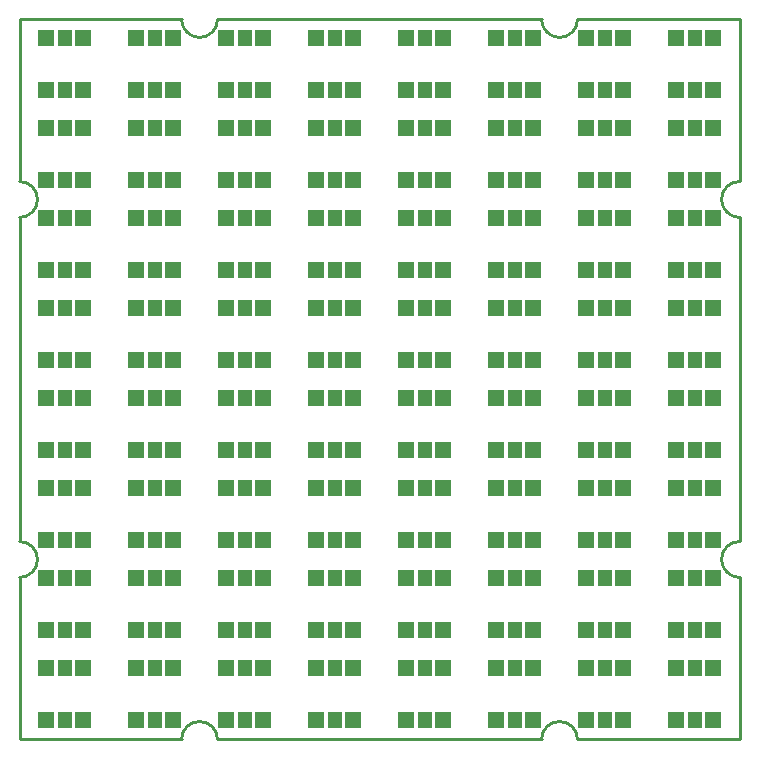
<source format=gtp>
G04 #@! TF.FileFunction,Paste,Top*
%FSLAX46Y46*%
G04 Gerber Fmt 4.6, Leading zero omitted, Abs format (unit mm)*
G04 Created by KiCad (PCBNEW 4.0.2-4+6225~38~ubuntu15.04.1-stable) date Wed Feb 24 14:52:56 2016*
%MOMM*%
G01*
G04 APERTURE LIST*
%ADD10C,0.254000*%
%ADD11R,1.400000X1.400000*%
%ADD12R,1.300000X1.400000*%
G04 APERTURE END LIST*
D10*
X44196000Y0D02*
X16764000Y0D01*
X60960000Y0D02*
X47244000Y0D01*
X60960000Y13716000D02*
X60960000Y0D01*
X60960000Y44196000D02*
X60960000Y16764000D01*
X60960000Y60960000D02*
X60960000Y47244000D01*
X47244000Y60960000D02*
X60960000Y60960000D01*
X16764000Y60960000D02*
X44196000Y60960000D01*
X0Y60960000D02*
X13716000Y60960000D01*
X0Y47244000D02*
X0Y60960000D01*
X0Y16764000D02*
X0Y44196000D01*
X0Y0D02*
X0Y13716000D01*
X13716000Y0D02*
X0Y0D01*
X60960000Y16764000D02*
G75*
G03X59436000Y15240000I0J-1524000D01*
G01*
X59436000Y15240000D02*
G75*
G03X60960000Y13716000I1524000J0D01*
G01*
X60960000Y47244000D02*
G75*
G03X59436000Y45720000I0J-1524000D01*
G01*
X59436000Y45720000D02*
G75*
G03X60960000Y44196000I1524000J0D01*
G01*
X44196000Y60960000D02*
G75*
G03X45720000Y59436000I1524000J0D01*
G01*
X45720000Y59436000D02*
G75*
G03X47244000Y60960000I0J1524000D01*
G01*
X13716000Y60960000D02*
G75*
G03X15240000Y59436000I1524000J0D01*
G01*
X15240000Y59436000D02*
G75*
G03X16764000Y60960000I0J1524000D01*
G01*
X0Y44196000D02*
G75*
G03X1524000Y45720000I0J1524000D01*
G01*
X1524000Y45720000D02*
G75*
G03X0Y47244000I-1524000J0D01*
G01*
X0Y13716000D02*
G75*
G03X1524000Y15240000I0J1524000D01*
G01*
X1524000Y15240000D02*
G75*
G03X0Y16764000I-1524000J0D01*
G01*
X16764000Y0D02*
G75*
G03X15240000Y1524000I-1524000J0D01*
G01*
X15240000Y1524000D02*
G75*
G03X13716000Y0I0J-1524000D01*
G01*
X45720000Y1524000D02*
G75*
G03X44196000Y0I0J-1524000D01*
G01*
X47244000Y0D02*
G75*
G03X45720000Y1524000I-1524000J0D01*
G01*
D11*
X5410000Y32090000D03*
X5410000Y36490000D03*
D12*
X3810000Y36490000D03*
X3810000Y32090000D03*
D11*
X2210000Y32090000D03*
X2210000Y36490000D03*
X5410000Y39710000D03*
X5410000Y44110000D03*
D12*
X3810000Y44110000D03*
X3810000Y39710000D03*
D11*
X2210000Y39710000D03*
X2210000Y44110000D03*
X9830000Y44110000D03*
X9830000Y39710000D03*
D12*
X11430000Y39710000D03*
X11430000Y44110000D03*
D11*
X13030000Y44110000D03*
X13030000Y39710000D03*
X9830000Y36490000D03*
X9830000Y32090000D03*
D12*
X11430000Y32090000D03*
X11430000Y36490000D03*
D11*
X13030000Y36490000D03*
X13030000Y32090000D03*
X20650000Y16850000D03*
X20650000Y21250000D03*
D12*
X19050000Y21250000D03*
X19050000Y16850000D03*
D11*
X17450000Y16850000D03*
X17450000Y21250000D03*
X35890000Y39710000D03*
X35890000Y44110000D03*
D12*
X34290000Y44110000D03*
X34290000Y39710000D03*
D11*
X32690000Y39710000D03*
X32690000Y44110000D03*
X40310000Y44110000D03*
X40310000Y39710000D03*
D12*
X41910000Y39710000D03*
X41910000Y44110000D03*
D11*
X43510000Y44110000D03*
X43510000Y39710000D03*
X51130000Y32090000D03*
X51130000Y36490000D03*
D12*
X49530000Y36490000D03*
X49530000Y32090000D03*
D11*
X47930000Y32090000D03*
X47930000Y36490000D03*
X51130000Y39710000D03*
X51130000Y44110000D03*
D12*
X49530000Y44110000D03*
X49530000Y39710000D03*
D11*
X47930000Y39710000D03*
X47930000Y44110000D03*
X55550000Y44110000D03*
X55550000Y39710000D03*
D12*
X57150000Y39710000D03*
X57150000Y44110000D03*
D11*
X58750000Y44110000D03*
X58750000Y39710000D03*
X55550000Y36490000D03*
X55550000Y32090000D03*
D12*
X57150000Y32090000D03*
X57150000Y36490000D03*
D11*
X58750000Y36490000D03*
X58750000Y32090000D03*
X55550000Y6010000D03*
X55550000Y1610000D03*
D12*
X57150000Y1610000D03*
X57150000Y6010000D03*
D11*
X58750000Y6010000D03*
X58750000Y1610000D03*
X51130000Y1610000D03*
X51130000Y6010000D03*
D12*
X49530000Y6010000D03*
X49530000Y1610000D03*
D11*
X47930000Y1610000D03*
X47930000Y6010000D03*
X40310000Y6010000D03*
X40310000Y1610000D03*
D12*
X41910000Y1610000D03*
X41910000Y6010000D03*
D11*
X43510000Y6010000D03*
X43510000Y1610000D03*
X35890000Y1610000D03*
X35890000Y6010000D03*
D12*
X34290000Y6010000D03*
X34290000Y1610000D03*
D11*
X32690000Y1610000D03*
X32690000Y6010000D03*
X25070000Y6010000D03*
X25070000Y1610000D03*
D12*
X26670000Y1610000D03*
X26670000Y6010000D03*
D11*
X28270000Y6010000D03*
X28270000Y1610000D03*
X20650000Y1610000D03*
X20650000Y6010000D03*
D12*
X19050000Y6010000D03*
X19050000Y1610000D03*
D11*
X17450000Y1610000D03*
X17450000Y6010000D03*
X9830000Y6010000D03*
X9830000Y1610000D03*
D12*
X11430000Y1610000D03*
X11430000Y6010000D03*
D11*
X13030000Y6010000D03*
X13030000Y1610000D03*
X5410000Y1610000D03*
X5410000Y6010000D03*
D12*
X3810000Y6010000D03*
X3810000Y1610000D03*
D11*
X2210000Y1610000D03*
X2210000Y6010000D03*
X5410000Y24470000D03*
X5410000Y28870000D03*
D12*
X3810000Y28870000D03*
X3810000Y24470000D03*
D11*
X2210000Y24470000D03*
X2210000Y28870000D03*
X5410000Y9230000D03*
X5410000Y13630000D03*
D12*
X3810000Y13630000D03*
X3810000Y9230000D03*
D11*
X2210000Y9230000D03*
X2210000Y13630000D03*
X5410000Y16850000D03*
X5410000Y21250000D03*
D12*
X3810000Y21250000D03*
X3810000Y16850000D03*
D11*
X2210000Y16850000D03*
X2210000Y21250000D03*
X5410000Y47330000D03*
X5410000Y51730000D03*
D12*
X3810000Y51730000D03*
X3810000Y47330000D03*
D11*
X2210000Y47330000D03*
X2210000Y51730000D03*
X5410000Y54950000D03*
X5410000Y59350000D03*
D12*
X3810000Y59350000D03*
X3810000Y54950000D03*
D11*
X2210000Y54950000D03*
X2210000Y59350000D03*
X9830000Y59350000D03*
X9830000Y54950000D03*
D12*
X11430000Y54950000D03*
X11430000Y59350000D03*
D11*
X13030000Y59350000D03*
X13030000Y54950000D03*
X9830000Y51730000D03*
X9830000Y47330000D03*
D12*
X11430000Y47330000D03*
X11430000Y51730000D03*
D11*
X13030000Y51730000D03*
X13030000Y47330000D03*
X9830000Y28870000D03*
X9830000Y24470000D03*
D12*
X11430000Y24470000D03*
X11430000Y28870000D03*
D11*
X13030000Y28870000D03*
X13030000Y24470000D03*
X9830000Y21250000D03*
X9830000Y16850000D03*
D12*
X11430000Y16850000D03*
X11430000Y21250000D03*
D11*
X13030000Y21250000D03*
X13030000Y16850000D03*
X9830000Y13630000D03*
X9830000Y9230000D03*
D12*
X11430000Y9230000D03*
X11430000Y13630000D03*
D11*
X13030000Y13630000D03*
X13030000Y9230000D03*
X20650000Y9230000D03*
X20650000Y13630000D03*
D12*
X19050000Y13630000D03*
X19050000Y9230000D03*
D11*
X17450000Y9230000D03*
X17450000Y13630000D03*
X20650000Y24470000D03*
X20650000Y28870000D03*
D12*
X19050000Y28870000D03*
X19050000Y24470000D03*
D11*
X17450000Y24470000D03*
X17450000Y28870000D03*
X20650000Y32090000D03*
X20650000Y36490000D03*
D12*
X19050000Y36490000D03*
X19050000Y32090000D03*
D11*
X17450000Y32090000D03*
X17450000Y36490000D03*
X20650000Y39710000D03*
X20650000Y44110000D03*
D12*
X19050000Y44110000D03*
X19050000Y39710000D03*
D11*
X17450000Y39710000D03*
X17450000Y44110000D03*
X20650000Y47330000D03*
X20650000Y51730000D03*
D12*
X19050000Y51730000D03*
X19050000Y47330000D03*
D11*
X17450000Y47330000D03*
X17450000Y51730000D03*
X20650000Y54950000D03*
X20650000Y59350000D03*
D12*
X19050000Y59350000D03*
X19050000Y54950000D03*
D11*
X17450000Y54950000D03*
X17450000Y59350000D03*
X25070000Y59350000D03*
X25070000Y54950000D03*
D12*
X26670000Y54950000D03*
X26670000Y59350000D03*
D11*
X28270000Y59350000D03*
X28270000Y54950000D03*
X25070000Y51730000D03*
X25070000Y47330000D03*
D12*
X26670000Y47330000D03*
X26670000Y51730000D03*
D11*
X28270000Y51730000D03*
X28270000Y47330000D03*
X25070000Y44110000D03*
X25070000Y39710000D03*
D12*
X26670000Y39710000D03*
X26670000Y44110000D03*
D11*
X28270000Y44110000D03*
X28270000Y39710000D03*
X25070000Y36490000D03*
X25070000Y32090000D03*
D12*
X26670000Y32090000D03*
X26670000Y36490000D03*
D11*
X28270000Y36490000D03*
X28270000Y32090000D03*
X25070000Y28870000D03*
X25070000Y24470000D03*
D12*
X26670000Y24470000D03*
X26670000Y28870000D03*
D11*
X28270000Y28870000D03*
X28270000Y24470000D03*
X25070000Y21250000D03*
X25070000Y16850000D03*
D12*
X26670000Y16850000D03*
X26670000Y21250000D03*
D11*
X28270000Y21250000D03*
X28270000Y16850000D03*
X25070000Y13630000D03*
X25070000Y9230000D03*
D12*
X26670000Y9230000D03*
X26670000Y13630000D03*
D11*
X28270000Y13630000D03*
X28270000Y9230000D03*
X35890000Y9230000D03*
X35890000Y13630000D03*
D12*
X34290000Y13630000D03*
X34290000Y9230000D03*
D11*
X32690000Y9230000D03*
X32690000Y13630000D03*
X35890000Y16850000D03*
X35890000Y21250000D03*
D12*
X34290000Y21250000D03*
X34290000Y16850000D03*
D11*
X32690000Y16850000D03*
X32690000Y21250000D03*
X35890000Y24470000D03*
X35890000Y28870000D03*
D12*
X34290000Y28870000D03*
X34290000Y24470000D03*
D11*
X32690000Y24470000D03*
X32690000Y28870000D03*
X35890000Y32090000D03*
X35890000Y36490000D03*
D12*
X34290000Y36490000D03*
X34290000Y32090000D03*
D11*
X32690000Y32090000D03*
X32690000Y36490000D03*
X35890000Y47330000D03*
X35890000Y51730000D03*
D12*
X34290000Y51730000D03*
X34290000Y47330000D03*
D11*
X32690000Y47330000D03*
X32690000Y51730000D03*
X35890000Y54950000D03*
X35890000Y59350000D03*
D12*
X34290000Y59350000D03*
X34290000Y54950000D03*
D11*
X32690000Y54950000D03*
X32690000Y59350000D03*
X40310000Y59350000D03*
X40310000Y54950000D03*
D12*
X41910000Y54950000D03*
X41910000Y59350000D03*
D11*
X43510000Y59350000D03*
X43510000Y54950000D03*
X40310000Y51730000D03*
X40310000Y47330000D03*
D12*
X41910000Y47330000D03*
X41910000Y51730000D03*
D11*
X43510000Y51730000D03*
X43510000Y47330000D03*
X40310000Y36490000D03*
X40310000Y32090000D03*
D12*
X41910000Y32090000D03*
X41910000Y36490000D03*
D11*
X43510000Y36490000D03*
X43510000Y32090000D03*
X40310000Y28870000D03*
X40310000Y24470000D03*
D12*
X41910000Y24470000D03*
X41910000Y28870000D03*
D11*
X43510000Y28870000D03*
X43510000Y24470000D03*
X40310000Y21250000D03*
X40310000Y16850000D03*
D12*
X41910000Y16850000D03*
X41910000Y21250000D03*
D11*
X43510000Y21250000D03*
X43510000Y16850000D03*
X40310000Y13630000D03*
X40310000Y9230000D03*
D12*
X41910000Y9230000D03*
X41910000Y13630000D03*
D11*
X43510000Y13630000D03*
X43510000Y9230000D03*
X51130000Y9230000D03*
X51130000Y13630000D03*
D12*
X49530000Y13630000D03*
X49530000Y9230000D03*
D11*
X47930000Y9230000D03*
X47930000Y13630000D03*
X51130000Y16850000D03*
X51130000Y21250000D03*
D12*
X49530000Y21250000D03*
X49530000Y16850000D03*
D11*
X47930000Y16850000D03*
X47930000Y21250000D03*
X51130000Y24470000D03*
X51130000Y28870000D03*
D12*
X49530000Y28870000D03*
X49530000Y24470000D03*
D11*
X47930000Y24470000D03*
X47930000Y28870000D03*
X51130000Y47330000D03*
X51130000Y51730000D03*
D12*
X49530000Y51730000D03*
X49530000Y47330000D03*
D11*
X47930000Y47330000D03*
X47930000Y51730000D03*
X51130000Y54950000D03*
X51130000Y59350000D03*
D12*
X49530000Y59350000D03*
X49530000Y54950000D03*
D11*
X47930000Y54950000D03*
X47930000Y59350000D03*
X55550000Y59350000D03*
X55550000Y54950000D03*
D12*
X57150000Y54950000D03*
X57150000Y59350000D03*
D11*
X58750000Y59350000D03*
X58750000Y54950000D03*
X55550000Y51730000D03*
X55550000Y47330000D03*
D12*
X57150000Y47330000D03*
X57150000Y51730000D03*
D11*
X58750000Y51730000D03*
X58750000Y47330000D03*
X55550000Y28870000D03*
X55550000Y24470000D03*
D12*
X57150000Y24470000D03*
X57150000Y28870000D03*
D11*
X58750000Y28870000D03*
X58750000Y24470000D03*
X55550000Y21250000D03*
X55550000Y16850000D03*
D12*
X57150000Y16850000D03*
X57150000Y21250000D03*
D11*
X58750000Y21250000D03*
X58750000Y16850000D03*
X55550000Y13630000D03*
X55550000Y9230000D03*
D12*
X57150000Y9230000D03*
X57150000Y13630000D03*
D11*
X58750000Y13630000D03*
X58750000Y9230000D03*
M02*

</source>
